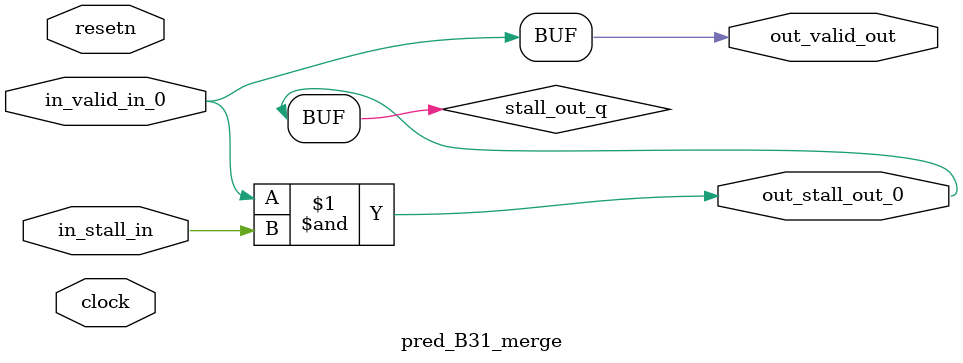
<source format=sv>



(* altera_attribute = "-name AUTO_SHIFT_REGISTER_RECOGNITION OFF; -name MESSAGE_DISABLE 10036; -name MESSAGE_DISABLE 10037; -name MESSAGE_DISABLE 14130; -name MESSAGE_DISABLE 14320; -name MESSAGE_DISABLE 15400; -name MESSAGE_DISABLE 14130; -name MESSAGE_DISABLE 10036; -name MESSAGE_DISABLE 12020; -name MESSAGE_DISABLE 12030; -name MESSAGE_DISABLE 12010; -name MESSAGE_DISABLE 12110; -name MESSAGE_DISABLE 14320; -name MESSAGE_DISABLE 13410; -name MESSAGE_DISABLE 113007; -name MESSAGE_DISABLE 10958" *)
module pred_B31_merge (
    input wire [0:0] in_stall_in,
    input wire [0:0] in_valid_in_0,
    output wire [0:0] out_stall_out_0,
    output wire [0:0] out_valid_out,
    input wire clock,
    input wire resetn
    );

    wire [0:0] stall_out_q;


    // stall_out(LOGICAL,6)
    assign stall_out_q = in_valid_in_0 & in_stall_in;

    // out_stall_out_0(GPOUT,4)
    assign out_stall_out_0 = stall_out_q;

    // out_valid_out(GPOUT,5)
    assign out_valid_out = in_valid_in_0;

endmodule

</source>
